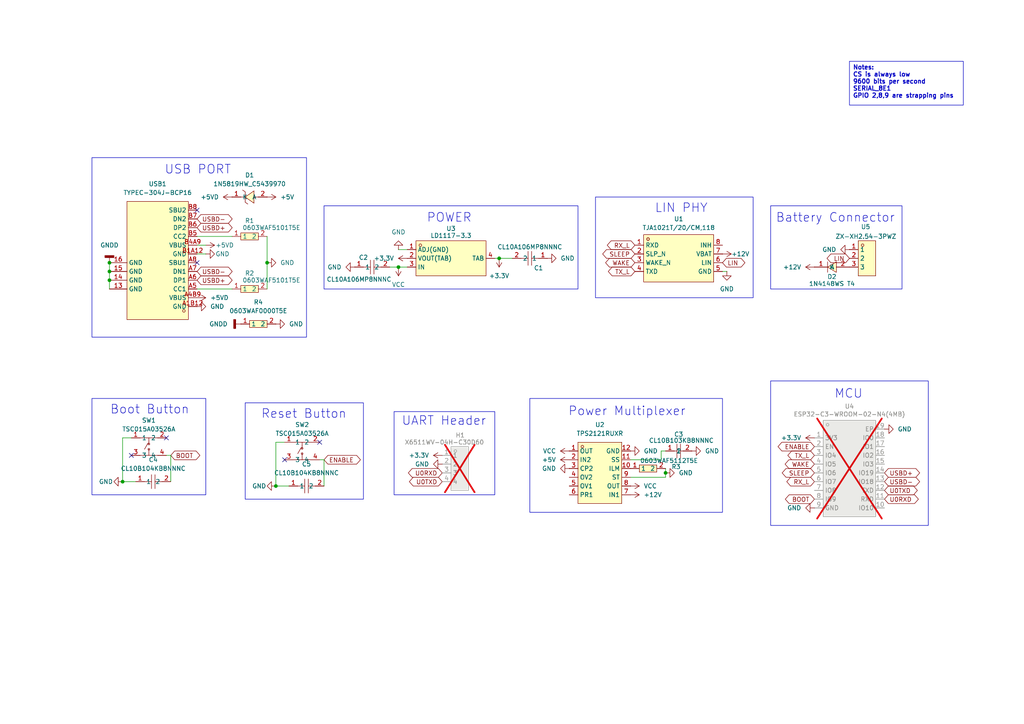
<source format=kicad_sch>
(kicad_sch (version 20231120) (generator "eeschema") (generator_version "8.0")
  (paper "A4")
  (lib_symbols
    (symbol "easyeda2kicad:0603WAF0000T5E"
      (property "Reference" "R" (at 0 5.08 0))
      (property "Value" "0603WAF0000T5E" (at 0 -5.08 0))
      (symbol "0603WAF0000T5E_0_1"
        (rectangle (start -2.54 1.02) (end 2.54 -1.02) (fill (type background)))
        (pin input line (at -5.08 0 0) (length 2.54) (name "1") (number "1"))
        (pin input line (at 5.08 0 180) (length 2.54) (name "2") (number "2"))
      )
    )
    (symbol "easyeda2kicad:0603WAF5101T5E"
      (property "Reference" "R" (at 0 5.08 0))
      (property "Value" "0603WAF5101T5E" (at 0 -5.08 0))
      (symbol "0603WAF5101T5E_0_1"
        (rectangle (start -2.54 1.02) (end 2.54 -1.02) (fill (type background)))
        (pin input line (at -5.08 0 0) (length 2.54) (name "1") (number "1"))
        (pin input line (at 5.08 0 180) (length 2.54) (name "2") (number "2"))
      )
    )
    (symbol "easyeda2kicad:0603WAF5112T5E"
      (property "Reference" "R" (at 0 5.08 0))
      (property "Value" "0603WAF5112T5E" (at 0 -5.08 0))
      (symbol "0603WAF5112T5E_0_1"
        (rectangle (start -2.54 1.02) (end 2.54 -1.02) (fill (type background)))
        (pin input line (at -5.08 0 0) (length 2.54) (name "1") (number "1"))
        (pin input line (at 5.08 0 180) (length 2.54) (name "2") (number "2"))
      )
    )
    (symbol "easyeda2kicad:1N4148WST4"
      (property "Reference" "D" (at 0 5.08 0))
      (property "Value" "1N4148WS T4" (at 0 -5.08 0))
      (symbol "1N4148WST4_0_1"
        (polyline (pts (xy -1.27 -1.52) (xy -1.27 1.52)))
        (polyline (pts (xy 1.27 1.52) (xy -1.27 0) (xy 1.27 -1.52) (xy 1.27 1.52)) (fill (type background)))
        (pin unspecified line (at -5.08 0 0) (length 3.81) (name "K") (number "1"))
        (pin unspecified line (at 5.08 0 180) (length 3.81) (name "A") (number "2"))
      )
    )
    (symbol "easyeda2kicad:1N5819HW_C5439970"
      (property "Reference" "D" (at 0 5.08 0))
      (property "Value" "1N5819HW_C5439970" (at 0 -5.08 0))
      (symbol "1N5819HW_C5439970_0_1"
        (polyline (pts (xy -1.27 0) (xy -2.54 0)))
        (polyline (pts (xy 2.54 0) (xy 1.27 0)))
        (polyline (pts (xy -2.03 2.03) (xy -1.27 1.52) (xy -1.27 -1.52) (xy -0.51 -2.03)))
        (polyline (pts (xy 1.27 1.78) (xy -1.27 0) (xy 1.27 -1.78) (xy 1.27 1.78)) (fill (type background)))
        (pin unspecified line (at -5.08 0 0) (length 2.54) (name "K") (number "1"))
        (pin unspecified line (at 5.08 0 180) (length 2.54) (name "A") (number "2"))
      )
    )
    (symbol "easyeda2kicad:CL10A106MP8NNNC"
      (property "Reference" "C" (at 0 5.08 0))
      (property "Value" "CL10A106MP8NNNC" (at 0 -5.08 0))
      (symbol "CL10A106MP8NNNC_0_1"
        (polyline (pts (xy -0.51 -2.03) (xy -0.51 2.03)))
        (polyline (pts (xy -0.51 0) (xy -2.54 0)))
        (polyline (pts (xy 0.51 2.03) (xy 0.51 -2.03)))
        (polyline (pts (xy 2.54 0) (xy 0.51 0)))
        (pin unspecified line (at -5.08 0 0) (length 2.54) (name "1") (number "1"))
        (pin unspecified line (at 5.08 0 180) (length 2.54) (name "2") (number "2"))
      )
    )
    (symbol "easyeda2kicad:CL10B103KB8NNNC"
      (property "Reference" "C" (at 0 5.08 0))
      (property "Value" "CL10B103KB8NNNC" (at 0 -5.08 0))
      (symbol "CL10B103KB8NNNC_0_1"
        (polyline (pts (xy -1.27 0) (xy -0.51 0)))
        (polyline (pts (xy -0.51 2.03) (xy -0.51 -2.03)))
        (polyline (pts (xy 0.51 0) (xy 1.27 0)))
        (polyline (pts (xy 0.51 2.03) (xy 0.51 -2.03)))
        (pin input line (at -3.81 0 0) (length 2.54) (name "1") (number "1"))
        (pin input line (at 3.81 0 180) (length 2.54) (name "2") (number "2"))
      )
    )
    (symbol "easyeda2kicad:CL10B104KB8NNNC"
      (property "Reference" "C" (at 0 5.08 0))
      (property "Value" "CL10B104KB8NNNC" (at 0 -5.08 0))
      (symbol "CL10B104KB8NNNC_0_1"
        (polyline (pts (xy -0.51 -2.03) (xy -0.51 2.03)))
        (polyline (pts (xy -0.51 0) (xy -2.54 0)))
        (polyline (pts (xy 0.51 2.03) (xy 0.51 -2.03)))
        (polyline (pts (xy 2.54 0) (xy 0.51 0)))
        (pin unspecified line (at -5.08 0 0) (length 2.54) (name "1") (number "1"))
        (pin unspecified line (at 5.08 0 180) (length 2.54) (name "2") (number "2"))
      )
    )
    (symbol "easyeda2kicad:ESP32-C3-WROOM-02-N4(4MB)"
      (property "Reference" "U" (at 0 16.51 0))
      (property "Value" "ESP32-C3-WROOM-02-N4(4MB)" (at 0 -16.51 0))
      (symbol "ESP32-C3-WROOM-02-N4(4MB)_0_1"
        (rectangle (start -7.62 13.97) (end 7.62 -13.97) (fill (type background)))
        (circle (center -6.35 12.7) (radius 0.38))
        (pin unspecified line (at -10.16 8.89 0) (length 2.54) (name "3V3") (number "1"))
        (pin unspecified line (at 10.16 -11.43 180) (length 2.54) (name "IO10") (number "10"))
        (pin unspecified line (at 10.16 -8.89 180) (length 2.54) (name "RXD") (number "11"))
        (pin unspecified line (at 10.16 -6.35 180) (length 2.54) (name "TXD") (number "12"))
        (pin unspecified line (at 10.16 -3.81 180) (length 2.54) (name "IO18") (number "13"))
        (pin unspecified line (at 10.16 -1.27 180) (length 2.54) (name "IO19") (number "14"))
        (pin unspecified line (at 10.16 1.27 180) (length 2.54) (name "IO3") (number "15"))
        (pin unspecified line (at 10.16 3.81 180) (length 2.54) (name "IO2") (number "16"))
        (pin unspecified line (at 10.16 6.35 180) (length 2.54) (name "IO1") (number "17"))
        (pin unspecified line (at 10.16 8.89 180) (length 2.54) (name "IO0") (number "18"))
        (pin unspecified line (at 10.16 11.43 180) (length 2.54) (name "EP") (number "19"))
        (pin unspecified line (at -10.16 6.35 0) (length 2.54) (name "EN") (number "2"))
        (pin unspecified line (at -10.16 3.81 0) (length 2.54) (name "IO4") (number "3"))
        (pin unspecified line (at -10.16 1.27 0) (length 2.54) (name "IO5") (number "4"))
        (pin unspecified line (at -10.16 -1.27 0) (length 2.54) (name "IO6") (number "5"))
        (pin unspecified line (at -10.16 -3.81 0) (length 2.54) (name "IO7") (number "6"))
        (pin unspecified line (at -10.16 -6.35 0) (length 2.54) (name "IO8") (number "7"))
        (pin unspecified line (at -10.16 -8.89 0) (length 2.54) (name "IO9") (number "8"))
        (pin unspecified line (at -10.16 -11.43 0) (length 2.54) (name "GND") (number "9"))
      )
    )
    (symbol "easyeda2kicad:LD1117-3.3"
      (property "Reference" "U" (at 0 7.62 0))
      (property "Value" "LD1117-3.3" (at 0 -7.62 0))
      (symbol "LD1117-3.3_0_1"
        (rectangle (start -10.16 5.08) (end 10.16 -5.08) (fill (type background)))
        (circle (center -8.89 3.81) (radius 0.38))
        (pin unspecified line (at -12.7 2.54 0) (length 2.54) (name "ADJ(GND)") (number "1"))
        (pin unspecified line (at -12.7 0 0) (length 2.54) (name "VOUT(TAB)") (number "2"))
        (pin unspecified line (at -12.7 -2.54 0) (length 2.54) (name "IN") (number "3"))
        (pin unspecified line (at 12.7 0 180) (length 2.54) (name "TAB") (number "4"))
      )
    )
    (symbol "easyeda2kicad:TJA1021T_20_CM,118"
      (property "Reference" "U" (at 0 8.89 0))
      (property "Value" "TJA1021T/20/CM,118" (at 0 -8.89 0))
      (symbol "TJA1021T_20_CM,118_0_1"
        (rectangle (start -10.16 6.86) (end 10.16 -6.86) (fill (type background)))
        (circle (center -8.89 5.59) (radius 0.38))
        (circle (center -8.89 5.59) (radius 0.38))
        (pin unspecified line (at -12.7 3.81 0) (length 2.54) (name "RXD") (number "1"))
        (pin unspecified line (at -12.7 1.27 0) (length 2.54) (name "SLP_N") (number "2"))
        (pin unspecified line (at -12.7 -1.27 0) (length 2.54) (name "WAKE_N") (number "3"))
        (pin unspecified line (at -12.7 -3.81 0) (length 2.54) (name "TXD") (number "4"))
        (pin unspecified line (at 12.7 -3.81 180) (length 2.54) (name "GND") (number "5"))
        (pin unspecified line (at 12.7 -1.27 180) (length 2.54) (name "LIN") (number "6"))
        (pin unspecified line (at 12.7 1.27 180) (length 2.54) (name "VBAT") (number "7"))
        (pin unspecified line (at 12.7 3.81 180) (length 2.54) (name "INH") (number "8"))
      )
    )
    (symbol "easyeda2kicad:TPS2121RUXR"
      (property "Reference" "U" (at 0 11.43 0))
      (property "Value" "TPS2121RUXR" (at 0 -11.43 0))
      (symbol "TPS2121RUXR_0_1"
        (rectangle (start -6.35 8.89) (end 6.35 -8.89) (fill (type background)))
        (circle (center -5.08 7.62) (radius 0.38))
        (pin unspecified line (at -8.89 6.35 0) (length 2.54) (name "OUT") (number "1"))
        (pin unspecified line (at 8.89 1.27 180) (length 2.54) (name "ILM") (number "10"))
        (pin unspecified line (at 8.89 3.81 180) (length 2.54) (name "SS") (number "11"))
        (pin unspecified line (at 8.89 6.35 180) (length 2.54) (name "GND") (number "12"))
        (pin unspecified line (at -8.89 3.81 0) (length 2.54) (name "IN2") (number "2"))
        (pin unspecified line (at -8.89 1.27 0) (length 2.54) (name "CP2") (number "3"))
        (pin unspecified line (at -8.89 -1.27 0) (length 2.54) (name "OV2") (number "4"))
        (pin unspecified line (at -8.89 -3.81 0) (length 2.54) (name "OV1") (number "5"))
        (pin unspecified line (at -8.89 -6.35 0) (length 2.54) (name "PR1") (number "6"))
        (pin unspecified line (at 8.89 -6.35 180) (length 2.54) (name "IN1") (number "7"))
        (pin unspecified line (at 8.89 -3.81 180) (length 2.54) (name "OUT") (number "8"))
        (pin unspecified line (at 8.89 -1.27 180) (length 2.54) (name "ST") (number "9"))
      )
    )
    (symbol "easyeda2kicad:TSC015A03526A"
      (property "Reference" "SW" (at 0 7.62 0))
      (property "Value" "TSC015A03526A" (at 0 -7.62 0))
      (symbol "TSC015A03526A_0_1"
        (circle (center 0 -0.76) (radius 0.25))
        (polyline (pts (xy -2.54 -2.54) (xy 2.54 -2.54)))
        (polyline (pts (xy -2.54 2.54) (xy 2.54 2.54)))
        (polyline (pts (xy -1.27 -0.76) (xy -0.25 1.02)))
        (polyline (pts (xy 0 -2.54) (xy 0 -0.76)))
        (polyline (pts (xy 0 1.52) (xy 0 0.76)))
        (polyline (pts (xy 0 2.54) (xy 0 1.52)))
        (circle (center 0 0.76) (radius 0.25))
        (pin unspecified line (at -5.08 2.54 0) (length 2.54) (name "1") (number "1"))
        (pin unspecified line (at 5.08 2.54 180) (length 2.54) (name "2") (number "2"))
        (pin unspecified line (at -5.08 -2.54 0) (length 2.54) (name "3") (number "3"))
        (pin unspecified line (at 5.08 -2.54 180) (length 2.54) (name "4") (number "4"))
      )
    )
    (symbol "easyeda2kicad:TYPEC-304J-BCP16"
      (property "Reference" "USB" (at 0 17.78 0))
      (property "Value" "TYPEC-304J-BCP16" (at 0 -20.32 0))
      (symbol "TYPEC-304J-BCP16_0_1"
        (rectangle (start -10.16 16.51) (end 7.62 -17.78) (fill (type background)))
        (circle (center -8.89 13.97) (radius 0.38))
        (pin unspecified line (at 12.7 7.62 180) (length 5.08) (name "GND") (number "13"))
        (pin unspecified line (at 12.7 5.08 180) (length 5.08) (name "GND") (number "14"))
        (pin unspecified line (at 12.7 2.54 180) (length 5.08) (name "GND") (number "15"))
        (pin unspecified line (at 12.7 0 180) (length 5.08) (name "GND") (number "16"))
        (pin unspecified line (at -12.7 12.7 0) (length 2.54) (name "GND") (number "A1B12"))
        (pin unspecified line (at -12.7 10.16 0) (length 2.54) (name "VBUS") (number "A4B9"))
        (pin unspecified line (at -12.7 7.62 0) (length 2.54) (name "CC1") (number "A5"))
        (pin unspecified line (at -12.7 5.08 0) (length 2.54) (name "DP1") (number "A6"))
        (pin unspecified line (at -12.7 2.54 0) (length 2.54) (name "DN1") (number "A7"))
        (pin unspecified line (at -12.7 0 0) (length 2.54) (name "SBU1") (number "A8"))
        (pin unspecified line (at -12.7 -2.54 0) (length 2.54) (name "GND") (number "B1A12"))
        (pin unspecified line (at -12.7 -5.08 0) (length 2.54) (name "VBUS") (number "B4A9"))
        (pin unspecified line (at -12.7 -7.62 0) (length 2.54) (name "CC2") (number "B5"))
        (pin unspecified line (at -12.7 -10.16 0) (length 2.54) (name "DP2") (number "B6"))
        (pin unspecified line (at -12.7 -12.7 0) (length 2.54) (name "DN2") (number "B7"))
        (pin unspecified line (at -12.7 -15.24 0) (length 2.54) (name "SBU2") (number "B8"))
      )
    )
    (symbol "easyeda2kicad:X6511WV-04H-C30D60"
      (property "Reference" "H" (at 0 8.89 0))
      (property "Value" "X6511WV-04H-C30D60" (at 0 -8.89 0))
      (symbol "X6511WV-04H-C30D60_0_1"
        (rectangle (start -2.54 6.35) (end 2.54 -6.35) (fill (type background)))
        (circle (center -1.27 5.08) (radius 0.38))
        (pin unspecified line (at -5.08 3.81 0) (length 2.54) (name "1") (number "1"))
        (pin unspecified line (at -5.08 1.27 0) (length 2.54) (name "2") (number "2"))
        (pin unspecified line (at -5.08 -1.27 0) (length 2.54) (name "3") (number "3"))
        (pin unspecified line (at -5.08 -3.81 0) (length 2.54) (name "4") (number "4"))
      )
    )
    (symbol "easyeda2kicad:ZX-XH2.54-3PWZ"
      (property "Reference" "U" (at 0 7.62 0))
      (property "Value" "ZX-XH2.54-3PWZ" (at 0 -7.62 0))
      (symbol "ZX-XH2.54-3PWZ_0_1"
        (rectangle (start -2.54 5.08) (end 2.54 -5.08) (fill (type background)))
        (circle (center -1.27 3.81) (radius 0.38))
        (pin unspecified line (at -5.08 2.54 0) (length 2.54) (name "1") (number "1"))
        (pin unspecified line (at -5.08 0 0) (length 2.54) (name "2") (number "2"))
        (pin unspecified line (at -5.08 -2.54 0) (length 2.54) (name "3") (number "3"))
      )
    )
    (symbol "power:+12V" (power) (pin_numbers hide) (pin_names (offset 0) hide)
      (property "Value" "+12V" (at 0 3.556 0))
      (symbol "+12V_0_1"
        (polyline (pts (xy -0.762 1.27) (xy 0 2.54)))
        (polyline (pts (xy 0 0) (xy 0 2.54)))
        (polyline (pts (xy 0 2.54) (xy 0.762 1.27)))
      )
      (symbol "+12V_1_1"
        (pin power_in line (at 0 0 90) (length 0) (name "~") (number "1"))
      )
    )
    (symbol "power:+3.3V" (power) (pin_numbers hide) (pin_names (offset 0) hide)
      (property "Value" "+3.3V" (at 0 3.556 0))
      (symbol "+3.3V_0_1"
        (polyline (pts (xy -0.762 1.27) (xy 0 2.54)))
        (polyline (pts (xy 0 0) (xy 0 2.54)))
        (polyline (pts (xy 0 2.54) (xy 0.762 1.27)))
      )
      (symbol "+3.3V_1_1"
        (pin power_in line (at 0 0 90) (length 0) (name "~") (number "1"))
      )
    )
    (symbol "power:+5V" (power) (pin_numbers hide) (pin_names (offset 0) hide)
      (property "Value" "+5V" (at 0 3.556 0))
      (symbol "+5V_0_1"
        (polyline (pts (xy -0.762 1.27) (xy 0 2.54)))
        (polyline (pts (xy 0 0) (xy 0 2.54)))
        (polyline (pts (xy 0 2.54) (xy 0.762 1.27)))
      )
      (symbol "+5V_1_1"
        (pin power_in line (at 0 0 90) (length 0) (name "~") (number "1"))
      )
    )
    (symbol "power:+5VD" (power) (pin_numbers hide) (pin_names (offset 0) hide)
      (property "Value" "+5VD" (at 0 3.556 0))
      (symbol "+5VD_0_1"
        (polyline (pts (xy -0.762 1.27) (xy 0 2.54)))
        (polyline (pts (xy 0 0) (xy 0 2.54)))
        (polyline (pts (xy 0 2.54) (xy 0.762 1.27)))
      )
      (symbol "+5VD_1_1"
        (pin power_in line (at 0 0 90) (length 0) (name "~") (number "1"))
      )
    )
    (symbol "power:GND" (power) (pin_numbers hide) (pin_names (offset 0) hide)
      (property "Value" "GND" (at 0 -3.81 0))
      (symbol "GND_0_1"
        (polyline (pts (xy 0 0) (xy 0 -1.27) (xy 1.27 -1.27) (xy 0 -2.54) (xy -1.27 -1.27) (xy 0 -1.27)))
      )
      (symbol "GND_1_1"
        (pin power_in line (at 0 0 270) (length 0) (name "~") (number "1"))
      )
    )
    (symbol "power:GNDD" (power) (pin_numbers hide) (pin_names (offset 0) hide)
      (property "Value" "GNDD" (at 0 -3.175 0))
      (symbol "GNDD_0_1"
        (rectangle (start -1.27 -1.524) (end 1.27 -2.032) (stroke (width 0.254)) (fill (type outline)))
        (polyline (pts (xy 0 0) (xy 0 -1.524)))
      )
      (symbol "GNDD_1_1"
        (pin power_in line (at 0 0 270) (length 0) (name "~") (number "1"))
      )
    )
    (symbol "power:VCC" (power) (pin_numbers hide) (pin_names (offset 0) hide)
      (property "Value" "VCC" (at 0 3.556 0))
      (symbol "VCC_0_1"
        (polyline (pts (xy -0.762 1.27) (xy 0 2.54)))
        (polyline (pts (xy 0 0) (xy 0 2.54)))
        (polyline (pts (xy 0 2.54) (xy 0.762 1.27)))
      )
      (symbol "VCC_1_1"
        (pin power_in line (at 0 0 90) (length 0) (name "~") (number "1"))
      )
    )
  )
  (junction (at 31.75 76.2))
  (junction (at 115.57 77.47))
  (junction (at 77.47 76.2))
  (junction (at 144.78 74.93))
  (junction (at 193.04 137.16))
  (junction (at 80.01 140.97))
  (junction (at 35.56 139.7))
  (junction (at 31.75 78.74))
  (junction (at 31.75 81.28))
  (no_connect (at 57.15 76.2))
  (no_connect (at 48.26 127))
  (no_connect (at 82.55 133.35))
  (no_connect (at 92.71 128.27))
  (no_connect (at 57.15 60.96))
  (no_connect (at 38.1 132.08))
  (wire (pts (xy 193.04 135.89) (xy 193.04 137.16)))
  (wire (pts (xy 49.53 132.08) (xy 49.53 139.7)))
  (wire (pts (xy 31.75 78.74) (xy 31.75 81.28)))
  (wire (pts (xy 193.04 138.43) (xy 182.88 138.43)))
  (wire (pts (xy 80.01 140.97) (xy 83.82 140.97)))
  (wire (pts (xy 115.57 77.47) (xy 118.11 77.47)))
  (wire (pts (xy 59.69 71.12) (xy 57.15 71.12)))
  (wire (pts (xy 80.01 128.27) (xy 80.01 140.97)))
  (wire (pts (xy 144.78 74.93) (xy 143.51 74.93)))
  (wire (pts (xy 49.53 132.08) (xy 48.26 132.08)))
  (wire (pts (xy 82.55 128.27) (xy 80.01 128.27)))
  (wire (pts (xy 57.15 83.82) (xy 67.31 83.82)))
  (wire (pts (xy 191.77 130.81) (xy 191.77 133.35)))
  (wire (pts (xy 93.98 133.35) (xy 93.98 140.97)))
  (wire (pts (xy 113.03 77.47) (xy 115.57 77.47)))
  (wire (pts (xy 148.59 74.93) (xy 144.78 74.93)))
  (wire (pts (xy 193.04 137.16) (xy 193.04 138.43)))
  (wire (pts (xy 31.75 81.28) (xy 31.75 83.82)))
  (wire (pts (xy 35.56 127) (xy 35.56 139.7)))
  (wire (pts (xy 57.15 68.58) (xy 67.31 68.58)))
  (wire (pts (xy 93.98 133.35) (xy 92.71 133.35)))
  (wire (pts (xy 210.82 78.74) (xy 209.55 78.74)))
  (wire (pts (xy 31.75 76.2) (xy 31.75 78.74)))
  (wire (pts (xy 77.47 68.58) (xy 77.47 76.2)))
  (wire (pts (xy 191.77 130.81) (xy 193.04 130.81)))
  (wire (pts (xy 115.57 72.39) (xy 118.11 72.39)))
  (wire (pts (xy 59.69 73.66) (xy 57.15 73.66)))
  (wire (pts (xy 77.47 76.2) (xy 77.47 83.82)))
  (wire (pts (xy 35.56 139.7) (xy 39.37 139.7)))
  (wire (pts (xy 38.1 127) (xy 35.56 127)))
  (wire (pts (xy 191.77 133.35) (xy 182.88 133.35)))
  (rectangle (start 93.98 59.69) (end 167.64 83.82))
  (rectangle (start 26.67 45.72) (end 88.9 97.79))
  (rectangle (start 153.67 115.57) (end 209.55 148.59))
  (rectangle (start 71.12 116.84) (end 105.41 144.78))
  (rectangle (start 172.72 57.15) (end 218.44 86.36))
  (rectangle (start 223.52 110.49) (end 269.24 152.4))
  (rectangle (start 26.67 115.57) (end 59.69 143.51))
  (rectangle (start 114.3 119.38) (end 143.51 143.51))
  (rectangle (start 223.52 59.69) (end 261.62 83.82))
  (text_box "Notes:\nCS is always low\n9600 bits per second\nSERIAL_8E1\nGPIO 2,8,9 are strapping pins" (at 246.38 17.78 0) (size 33.02 12.7) (effects (font (size 1.27 1.27) (thickness 0.254) (bold yes)) (justify left top)))
  (text "Power Multiplexer" (at 181.864 119.38 0) (effects (font (size 2.54 2.54))))
  (text "Battery Connector" (at 242.316 63.246 0) (effects (font (size 2.54 2.54))))
  (text "Reset Button" (at 88.138 120.142 0) (effects (font (size 2.54 2.54))))
  (text "Boot Button" (at 43.434 118.872 0) (effects (font (size 2.54 2.54))))
  (text "LIN PHY\n" (at 197.612 60.452 0) (effects (font (size 2.54 2.54))))
  (text "USB PORT\n" (at 57.404 49.276 0) (effects (font (size 2.54 2.54))))
  (text "POWER" (at 130.302 63.246 0) (effects (font (size 2.54 2.54))))
  (text "MCU" (at 246.126 114.3 0) (effects (font (size 2.54 2.54))))
  (text "UART Header" (at 128.778 122.174 0) (effects (font (size 2.54 2.54))))
  (global_label "SLEEP" (shape bidirectional) (at 236.22 137.16 180) (property "Intersheetrefs" "${INTERSHEET_REFS}" (effects (hide yes))))
  (global_label "ENABLE" (shape bidirectional) (at 93.98 133.35 0) (property "Intersheetrefs" "${INTERSHEET_REFS}" (effects (hide yes))))
  (global_label "ENABLE" (shape bidirectional) (at 236.22 129.54 180) (property "Intersheetrefs" "${INTERSHEET_REFS}" (effects (hide yes))))
  (global_label "USBD+" (shape bidirectional) (at 57.15 66.04 0) (property "Intersheetrefs" "${INTERSHEET_REFS}" (effects (hide yes))))
  (global_label "SLEEP" (shape bidirectional) (at 184.15 73.66 180) (property "Intersheetrefs" "${INTERSHEET_REFS}" (effects (hide yes))))
  (global_label "LIN" (shape bidirectional) (at 246.38 74.93 180) (property "Intersheetrefs" "${INTERSHEET_REFS}" (effects (hide yes))))
  (global_label "U0TXD" (shape bidirectional) (at 256.54 142.24 0) (property "Intersheetrefs" "${INTERSHEET_REFS}" (effects (hide yes))))
  (global_label "RX_L" (shape bidirectional) (at 184.15 71.12 180) (property "Intersheetrefs" "${INTERSHEET_REFS}" (effects (hide yes))))
  (global_label "BOOT" (shape bidirectional) (at 430.53 256.54 180) (property "Intersheetrefs" "${INTERSHEET_REFS}" (effects (hide yes))))
  (global_label "U0TXD" (shape bidirectional) (at 128.27 139.7 180) (property "Intersheetrefs" "${INTERSHEET_REFS}" (effects (hide yes))))
  (global_label "TX_L" (shape bidirectional) (at 236.22 132.08 180) (property "Intersheetrefs" "${INTERSHEET_REFS}" (effects (hide yes))))
  (global_label "TX_L" (shape bidirectional) (at 184.15 78.74 180) (property "Intersheetrefs" "${INTERSHEET_REFS}" (effects (hide yes))))
  (global_label "USBD-" (shape bidirectional) (at 57.15 63.5 0) (property "Intersheetrefs" "${INTERSHEET_REFS}" (effects (hide yes))))
  (global_label "USBD+" (shape bidirectional) (at 57.15 81.28 0) (property "Intersheetrefs" "${INTERSHEET_REFS}" (effects (hide yes))))
  (global_label "RX_L" (shape bidirectional) (at 236.22 139.7 180) (property "Intersheetrefs" "${INTERSHEET_REFS}" (effects (hide yes))))
  (global_label "U0RXD" (shape bidirectional) (at 128.27 137.16 180) (property "Intersheetrefs" "${INTERSHEET_REFS}" (effects (hide yes))))
  (global_label "LIN" (shape bidirectional) (at 209.55 76.2 0) (property "Intersheetrefs" "${INTERSHEET_REFS}" (effects (hide yes))))
  (global_label "U0RXD" (shape bidirectional) (at 256.54 144.78 0) (property "Intersheetrefs" "${INTERSHEET_REFS}" (effects (hide yes))))
  (global_label "BOOT" (shape bidirectional) (at 236.22 144.78 180) (property "Intersheetrefs" "${INTERSHEET_REFS}" (effects (hide yes))))
  (global_label "BOOT" (shape bidirectional) (at 49.53 132.08 0) (property "Intersheetrefs" "${INTERSHEET_REFS}" (effects (hide yes))))
  (global_label "WAKE" (shape bidirectional) (at 236.22 134.62 180) (property "Intersheetrefs" "${INTERSHEET_REFS}" (effects (hide yes))))
  (global_label "WAKE" (shape bidirectional) (at 184.15 76.2 180) (property "Intersheetrefs" "${INTERSHEET_REFS}" (effects (hide yes))))
  (global_label "USBD+" (shape bidirectional) (at 256.54 137.16 0) (property "Intersheetrefs" "${INTERSHEET_REFS}" (effects (hide yes))))
  (global_label "USBD-" (shape bidirectional) (at 57.15 78.74 0) (property "Intersheetrefs" "${INTERSHEET_REFS}" (effects (hide yes))))
  (global_label "USBD-" (shape bidirectional) (at 256.54 139.7 0) (property "Intersheetrefs" "${INTERSHEET_REFS}" (effects (hide yes))))
  (symbol (lib_id "power:GND") (at 35.56 139.7 270) (unit 1)
    (property "Reference" "#PWR031" (effects (hide yes)))
    (property "Value" "GND" (at 32.766 139.7 90) (effects (justify right)))
    (property "Description" "Power symbol creates a global label with name \"GND\" , ground" (effects (hide yes)))
  )
  (symbol (lib_id "easyeda2kicad:TPS2121RUXR") (at 173.99 137.16 0) (unit 1)
    (property "Reference" "U2" (at 173.99 123.19 0))
    (property "Value" "TPS2121RUXR" (at 173.99 125.73 0))
    (property "Footprint" "easyeda2kicad:VQFN-HR-12_L2.5-W2.0-P0.50-BL" (effects (hide yes)))
    (property "Datasheet" "https://lcsc.com/product-detail/New-Arrivals_Texas-Instruments-Texas-Instruments-TPS2121RUXR_C485916.html" (effects (hide yes)))
    (property "LCSC Part" "C485916" (effects (hide yes)))
  )
  (symbol (lib_id "power:GND") (at 102.87 77.47 270) (unit 1)
    (property "Reference" "#PWR015" (effects (hide yes)))
    (property "Value" "GND" (at 99.06 77.4699 90) (effects (justify right)))
    (property "Description" "Power symbol creates a global label with name \"GND\" , ground" (effects (hide yes)))
  )
  (symbol (lib_id "easyeda2kicad:1N4148WST4") (at 241.3 77.47 0) (unit 1)
    (property "Reference" "D2" (at 241.3 80.264 0))
    (property "Value" "1N4148WS T4" (at 241.3 82.296 0))
    (property "Footprint" "easyeda2kicad:SOD-323_L1.8-W1.3-LS2.5-RD" (effects (hide yes)))
    (property "Datasheet" "https://lcsc.com/product-detail/Switching-Diode_1N4148WS-T4_C2128.html" (effects (hide yes)))
    (property "LCSC Part" "C2128" (effects (hide yes)))
  )
  (symbol (lib_id "power:GND") (at 128.27 134.62 270) (unit 1)
    (property "Reference" "#PWR034" (effects (hide yes)))
    (property "Value" "GND" (at 124.46 134.6199 90) (effects (justify right)))
    (property "Description" "Power symbol creates a global label with name \"GND\" , ground" (effects (hide yes)))
  )
  (symbol (lib_id "easyeda2kicad:0603WAF5101T5E") (at 72.39 68.58 0) (unit 1)
    (property "Reference" "R1" (at 72.39 64.008 0))
    (property "Value" "0603WAF5101T5E" (at 78.74 66.04 0))
    (property "Footprint" "easyeda2kicad:R0603" (effects (hide yes)))
    (property "Datasheet" "https://lcsc.com/product-detail/Chip-Resistor-Surface-Mount-UniOhm_5-1KR-5101-1_C23186.html" (effects (hide yes)))
    (property "LCSC Part" "C23186" (effects (hide yes)))
  )
  (symbol (lib_id "power:GND") (at 200.66 130.81 90) (unit 1)
    (property "Reference" "#PWR028" (effects (hide yes)))
    (property "Value" "GND" (at 204.47 130.8099 90) (effects (justify right)))
    (property "Description" "Power symbol creates a global label with name \"GND\" , ground" (effects (hide yes)))
  )
  (symbol (lib_id "power:+3.3V") (at 236.22 127 90) (unit 1)
    (property "Reference" "#PWR035" (effects (hide yes)))
    (property "Value" "+3.3V" (at 232.41 126.9999 90) (effects (justify left)))
    (property "Description" "Power symbol creates a global label with name \"+3.3V\"" (effects (hide yes)))
  )
  (symbol (lib_id "easyeda2kicad:CL10B104KB8NNNC") (at 88.9 140.97 0) (unit 1)
    (property "Reference" "C5" (at 88.9 134.62 0))
    (property "Value" "CL10B104KB8NNNC" (at 88.9 137.16 0))
    (property "Footprint" "easyeda2kicad:C0603" (effects (hide yes)))
    (property "Datasheet" "https://lcsc.com/product-detail/Multilayer-Ceramic-Capacitors-MLCC-SMD-SMT_SAMSUNG_CL10B104KB8NNNC_100nF-104-10-50V_C1591.html" (effects (hide yes)))
    (property "LCSC Part" "C1591" (effects (hide yes)))
  )
  (symbol (lib_id "power:+5V") (at 165.1 133.35 90) (unit 1)
    (property "Reference" "#PWR024" (effects (hide yes)))
    (property "Value" "+5V" (at 161.29 133.3499 90) (effects (justify left)))
    (property "Description" "Power symbol creates a global label with name \"+5V\"" (effects (hide yes)))
  )
  (symbol (lib_id "power:GND") (at 193.04 137.16 90) (unit 1)
    (property "Reference" "#PWR021" (effects (hide yes)))
    (property "Value" "GND" (at 196.85 137.1599 90) (effects (justify right)))
    (property "Description" "Power symbol creates a global label with name \"GND\" , ground" (effects (hide yes)))
  )
  (symbol (lib_id "easyeda2kicad:0603WAF5112T5E") (at 187.96 135.89 0) (unit 1)
    (property "Reference" "R3" (at 196.088 135.382 0))
    (property "Value" "0603WAF5112T5E" (at 194.056 133.604 0))
    (property "Footprint" "easyeda2kicad:R0603" (effects (hide yes)))
    (property "Datasheet" "https://lcsc.com/product-detail/Chip-Resistor-Surface-Mount-UniOhm_51-1KR-5112-1_C23072.html" (effects (hide yes)))
    (property "LCSC Part" "C23072" (effects (hide yes)))
  )
  (symbol (lib_id "power:GND") (at 256.54 124.46 90) (unit 1)
    (property "Reference" "#PWR03" (effects (hide yes)))
    (property "Value" "GND" (at 260.35 124.4599 90) (effects (justify right)))
    (property "Description" "Power symbol creates a global label with name \"GND\" , ground" (effects (hide yes)))
  )
  (symbol (lib_id "easyeda2kicad:CL10A106MP8NNNC") (at 107.95 77.47 0) (unit 1)
    (property "Reference" "C2" (at 105.41 74.676 0))
    (property "Value" "CL10A106MP8NNNC" (at 104.14 81.026 0))
    (property "Footprint" "easyeda2kicad:C0603" (effects (hide yes)))
    (property "Datasheet" "https://lcsc.com/product-detail/Multilayer-Ceramic-Capacitors-MLCC-SMD-SMT_SAMSUNG_CL10A106MP8NNN_10uF-106-20-10V_C85713.html" (effects (hide yes)))
    (property "LCSC Part" "C85713" (effects (hide yes)))
  )
  (symbol (lib_id "power:GNDD") (at 31.75 76.2 180) (unit 1)
    (property "Reference" "#PWR05" (effects (hide yes)))
    (property "Value" "GNDD" (at 31.75 71.12 0))
    (property "Description" "Power symbol creates a global label with name \"GNDD\" , digital ground" (effects (hide yes)))
  )
  (symbol (lib_id "power:VCC") (at 182.88 140.97 270) (unit 1)
    (property "Reference" "#PWR022" (effects (hide yes)))
    (property "Value" "VCC" (at 186.69 140.9699 90) (effects (justify left)))
    (property "Description" "Power symbol creates a global label with name \"VCC\"" (effects (hide yes)))
  )
  (symbol (lib_id "power:+3.3V") (at 144.78 74.93 180) (unit 1)
    (property "Reference" "#PWR016" (effects (hide yes)))
    (property "Value" "+3.3V" (at 144.78 80.01 0))
    (property "Description" "Power symbol creates a global label with name \"+3.3V\"" (effects (hide yes)))
  )
  (symbol (lib_id "easyeda2kicad:TSC015A03526A") (at 87.63 130.81 0) (unit 1)
    (property "Reference" "SW2" (at 87.63 123.19 0))
    (property "Value" "TSC015A03526A" (at 87.63 125.73 0))
    (property "Footprint" "easyeda2kicad:SW-SMD_4P-L4.5-W4.5-P3.00-LS6.8" (effects (hide yes)))
    (property "LCSC Part" "C2888900" (effects (hide yes)))
  )
  (symbol (lib_id "easyeda2kicad:CL10B103KB8NNNC") (at 196.85 130.81 0) (unit 1)
    (property "Reference" "C3" (at 196.85 125.984 0))
    (property "Value" "CL10B103KB8NNNC" (at 197.612 127.762 0))
    (property "Footprint" "easyeda2kicad:C0603" (effects (hide yes)))
    (property "Datasheet" "https://lcsc.com/product-detail/Multilayer-Ceramic-Capacitors-MLCC-SMD-SMT_SAMSUNG_CL10B103KB8NNNC_10nF-103-10-50V_C1589.html" (effects (hide yes)))
    (property "LCSC Part" "C1589" (effects (hide yes)))
  )
  (symbol (lib_id "power:+3.3V") (at 118.11 74.93 90) (unit 1)
    (property "Reference" "#PWR018" (effects (hide yes)))
    (property "Value" "+3.3V" (at 114.3 74.9299 90) (effects (justify left)))
    (property "Description" "Power symbol creates a global label with name \"+3.3V\"" (effects (hide yes)))
  )
  (symbol (lib_id "power:GND") (at 80.01 93.98 90) (unit 1)
    (property "Reference" "#PWR030" (effects (hide yes)))
    (property "Value" "GND" (at 83.82 93.9799 90) (effects (justify right)))
    (property "Description" "Power symbol creates a global label with name \"GND\" , ground" (effects (hide yes)))
  )
  (symbol (lib_id "power:GND") (at 158.75 74.93 90) (unit 1)
    (property "Reference" "#PWR013" (effects (hide yes)))
    (property "Value" "GND" (at 162.56 74.9301 90) (effects (justify right)))
    (property "Description" "Power symbol creates a global label with name \"GND\" , ground" (effects (hide yes)))
  )
  (symbol (lib_id "power:GNDD") (at 69.85 93.98 270) (unit 1)
    (property "Reference" "#PWR029" (effects (hide yes)))
    (property "Value" "GNDD" (at 66.04 93.9799 90) (effects (justify right)))
    (property "Description" "Power symbol creates a global label with name \"GNDD\" , digital ground" (effects (hide yes)))
  )
  (symbol (lib_id "power:GND") (at 210.82 78.74 0) (unit 1)
    (property "Reference" "#PWR01" (effects (hide yes)))
    (property "Value" "GND" (at 210.82 83.82 0))
    (property "Description" "Power symbol creates a global label with name \"GND\" , ground" (effects (hide yes)))
  )
  (symbol (lib_id "power:+5VD") (at 57.15 86.36 270) (unit 1)
    (property "Reference" "#PWR06" (effects (hide yes)))
    (property "Value" "+5VD" (at 60.96 86.3599 90) (effects (justify left)))
    (property "Description" "Power symbol creates a global label with name \"+5VD\"" (effects (hide yes)))
  )
  (symbol (lib_id "easyeda2kicad:CL10A106MP8NNNC") (at 153.67 74.93 180) (unit 1)
    (property "Reference" "C1" (at 156.21 77.724 0))
    (property "Value" "CL10A106MP8NNNC" (at 153.67 71.628 0))
    (property "Footprint" "easyeda2kicad:C0603" (effects (hide yes)))
    (property "Datasheet" "https://lcsc.com/product-detail/Multilayer-Ceramic-Capacitors-MLCC-SMD-SMT_SAMSUNG_CL10A106MP8NNN_10uF-106-20-10V_C85713.html" (effects (hide yes)))
    (property "LCSC Part" "C85713" (effects (hide yes)))
  )
  (symbol (lib_id "easyeda2kicad:TJA1021T_20_CM,118") (at 196.85 74.93 0) (unit 1)
    (property "Reference" "U1" (at 196.85 63.5 0))
    (property "Value" "TJA1021T/20/CM,118" (at 196.85 66.04 0))
    (property "Footprint" "easyeda2kicad:SOIC-8_L4.9-W3.9-P1.27-LS6.0-BL" (effects (hide yes)))
    (property "Datasheet" "https://lcsc.com/product-detail/Interface-ICs_NXP_TJA1021T-20-CM-118_TJA1021T-20-CM-118_C128810.html" (effects (hide yes)))
    (property "LCSC Part" "C128810" (effects (hide yes)))
  )
  (symbol (lib_id "easyeda2kicad:CL10B104KB8NNNC") (at 44.45 139.7 0) (unit 1)
    (property "Reference" "C4" (at 44.45 133.35 0))
    (property "Value" "CL10B104KB8NNNC" (at 44.45 135.89 0))
    (property "Footprint" "easyeda2kicad:C0603" (effects (hide yes)))
    (property "Datasheet" "https://lcsc.com/product-detail/Multilayer-Ceramic-Capacitors-MLCC-SMD-SMT_SAMSUNG_CL10B104KB8NNNC_100nF-104-10-50V_C1591.html" (effects (hide yes)))
    (property "LCSC Part" "C1591" (effects (hide yes)))
  )
  (symbol (lib_id "power:+3.3V") (at 128.27 132.08 90) (unit 1)
    (property "Reference" "#PWR033" (effects (hide yes)))
    (property "Value" "+3.3V" (at 124.46 132.0799 90) (effects (justify left)))
    (property "Description" "Power symbol creates a global label with name \"+3.3V\"" (effects (hide yes)))
  )
  (symbol (lib_id "easyeda2kicad:1N5819HW_C5439970") (at 72.39 57.15 0) (unit 1)
    (property "Reference" "D1" (at 72.39 50.8 0))
    (property "Value" "1N5819HW_C5439970" (at 72.39 53.34 0))
    (property "Footprint" "easyeda2kicad:SOD-123_L2.7-W1.6-LS3.7-RD-1" (effects (hide yes)))
    (property "LCSC Part" "C5439970" (effects (hide yes)))
  )
  (symbol (lib_id "easyeda2kicad:TSC015A03526A") (at 43.18 129.54 0) (unit 1)
    (property "Reference" "SW1" (at 43.18 121.92 0))
    (property "Value" "TSC015A03526A" (at 43.18 124.46 0))
    (property "Footprint" "easyeda2kicad:SW-SMD_4P-L4.5-W4.5-P3.00-LS6.8" (effects (hide yes)))
    (property "LCSC Part" "C2888900" (effects (hide yes)))
  )
  (symbol (lib_id "easyeda2kicad:ESP32-C3-WROOM-02-N4(4MB)") (at 246.38 135.89 0) (unit 1) (dnp yes)
    (property "Reference" "U4" (at 246.38 117.856 0))
    (property "Value" "ESP32-C3-WROOM-02-N4(4MB)" (at 246.38 120.142 0))
    (property "Footprint" "easyeda2kicad:BULETM-SMD_ESPRESSIF_ESP32-C3-WROOM-02-N4-4MB" (effects (hide yes)))
    (property "LCSC Part" "C2934560" (effects (hide yes)))
  )
  (symbol (lib_id "power:+5VD") (at 67.31 57.15 90) (unit 1)
    (property "Reference" "#PWR011" (effects (hide yes)))
    (property "Value" "+5VD" (at 63.5 57.1499 90) (effects (justify left)))
    (property "Description" "Power symbol creates a global label with name \"+5VD\"" (effects (hide yes)))
  )
  (symbol (lib_id "easyeda2kicad:LD1117-3.3") (at 130.81 74.93 0) (unit 1)
    (property "Reference" "U3" (at 130.81 66.294 0))
    (property "Value" "LD1117-3.3" (at 130.81 68.326 0))
    (property "Footprint" "easyeda2kicad:SOT-223_L6.7-W3.5-P2.30-BR" (effects (hide yes)))
    (property "Datasheet" "https://lcsc.com/product-detail/Others_Youtai-Semiconductor-Co-Ltd-LD1117-3-3_C347229.html" (effects (hide yes)))
    (property "LCSC Part" "C347229" (effects (hide yes)))
  )
  (symbol (lib_id "power:VCC") (at 115.57 77.47 180) (unit 1)
    (property "Reference" "#PWR017" (effects (hide yes)))
    (property "Value" "VCC" (at 115.57 82.55 0))
    (property "Description" "Power symbol creates a global label with name \"VCC\"" (effects (hide yes)))
  )
  (symbol (lib_id "power:+5V") (at 77.47 57.15 270) (unit 1)
    (property "Reference" "#PWR012" (effects (hide yes)))
    (property "Value" "+5V" (at 81.28 57.1499 90) (effects (justify left)))
    (property "Description" "Power symbol creates a global label with name \"+5V\"" (effects (hide yes)))
  )
  (symbol (lib_id "power:GND") (at 182.88 130.81 90) (unit 1)
    (property "Reference" "#PWR019" (effects (hide yes)))
    (property "Value" "GND" (at 186.69 130.8099 90) (effects (justify right)))
    (property "Description" "Power symbol creates a global label with name \"GND\" , ground" (effects (hide yes)))
  )
  (symbol (lib_id "power:+12V") (at 236.22 77.47 90) (unit 1)
    (property "Reference" "#PWR026" (effects (hide yes)))
    (property "Value" "+12V" (at 232.41 77.4699 90) (effects (justify left)))
    (property "Description" "Power symbol creates a global label with name \"+12V\"" (effects (hide yes)))
  )
  (symbol (lib_id "easyeda2kicad:0603WAF5101T5E") (at 72.39 83.82 0) (unit 1)
    (property "Reference" "R2" (at 72.39 79.248 0))
    (property "Value" "0603WAF5101T5E" (at 78.74 81.28 0))
    (property "Footprint" "easyeda2kicad:R0603" (effects (hide yes)))
    (property "Datasheet" "https://lcsc.com/product-detail/Chip-Resistor-Surface-Mount-UniOhm_5-1KR-5101-1_C23186.html" (effects (hide yes)))
    (property "LCSC Part" "C23186" (effects (hide yes)))
  )
  (symbol (lib_id "power:GND") (at 165.1 135.89 270) (unit 1)
    (property "Reference" "#PWR020" (effects (hide yes)))
    (property "Value" "GND" (at 161.29 135.8899 90) (effects (justify right)))
    (property "Description" "Power symbol creates a global label with name \"GND\" , ground" (effects (hide yes)))
  )
  (symbol (lib_id "easyeda2kicad:X6511WV-04H-C30D60") (at 133.35 135.89 0) (unit 1) (dnp yes)
    (property "Reference" "H1" (at 132.08 126.238 0) (effects (justify left)))
    (property "Value" "X6511WV-04H-C30D60" (at 117.348 128.27 0) (effects (justify left)))
    (property "Footprint" "easyeda2kicad:HDR-TH_4P-P2.54-V-M" (effects (hide yes)))
    (property "Datasheet" "https://lcsc.com/product-detail/Pin-Header-Female-Header_XKB-Connectivity-X6511WV-04H-C30D60_C706876.html" (effects (hide yes)))
    (property "LCSC Part" "C706876" (effects (hide yes)))
  )
  (symbol (lib_id "easyeda2kicad:ZX-XH2.54-3PWZ") (at 251.46 74.93 0) (unit 1)
    (property "Reference" "U5" (at 249.682 65.786 0) (effects (justify left)))
    (property "Value" "ZX-XH2.54-3PWZ" (at 242.316 68.58 0) (effects (justify left)))
    (property "Footprint" "easyeda2kicad:HDR-TH_3P-P2.50_ZX-XH2.54-3PWZ" (effects (hide yes)))
    (property "LCSC Part" "C7429642" (effects (hide yes)))
  )
  (symbol (lib_id "easyeda2kicad:TYPEC-304J-BCP16") (at 44.45 76.2 180) (unit 1)
    (property "Reference" "USB1" (at 45.72 53.34 0))
    (property "Value" "TYPEC-304J-BCP16" (at 45.72 55.88 0))
    (property "Footprint" "easyeda2kicad:USB-C-SMD_TYPEC-304J-BCP16" (effects (hide yes)))
    (property "LCSC Part" "C2835315" (effects (hide yes)))
  )
  (symbol (lib_id "power:GND") (at 57.15 88.9 90) (unit 1)
    (property "Reference" "#PWR010" (effects (hide yes)))
    (property "Value" "GND" (at 60.96 88.8999 90) (effects (justify right)))
    (property "Description" "Power symbol creates a global label with name \"GND\" , ground" (effects (hide yes)))
  )
  (symbol (lib_id "power:+12V") (at 209.55 73.66 270) (unit 1)
    (property "Reference" "#PWR02" (effects (hide yes)))
    (property "Value" "+12V" (at 212.09 73.66 90) (effects (justify left)))
    (property "Description" "Power symbol creates a global label with name \"+12V\"" (effects (hide yes)))
  )
  (symbol (lib_id "power:GND") (at 236.22 147.32 270) (unit 1)
    (property "Reference" "#PWR04" (effects (hide yes)))
    (property "Value" "GND" (at 232.41 147.3199 90) (effects (justify right)))
    (property "Description" "Power symbol creates a global label with name \"GND\" , ground" (effects (hide yes)))
  )
  (symbol (lib_id "power:GND") (at 115.57 72.39 180) (unit 1)
    (property "Reference" "#PWR014" (effects (hide yes)))
    (property "Value" "GND" (at 115.57 67.31 0))
    (property "Description" "Power symbol creates a global label with name \"GND\" , ground" (effects (hide yes)))
  )
  (symbol (lib_id "power:GND") (at 80.01 140.97 270) (unit 1)
    (property "Reference" "#PWR032" (effects (hide yes)))
    (property "Value" "GND" (at 77.216 140.97 90) (effects (justify right)))
    (property "Description" "Power symbol creates a global label with name \"GND\" , ground" (effects (hide yes)))
  )
  (symbol (lib_id "power:GND") (at 77.47 76.2 90) (unit 1)
    (property "Reference" "#PWR08" (effects (hide yes)))
    (property "Value" "GND" (at 81.28 76.1999 90) (effects (justify right)))
    (property "Description" "Power symbol creates a global label with name \"GND\" , ground" (effects (hide yes)))
  )
  (symbol (lib_id "power:VCC") (at 165.1 130.81 90) (unit 1)
    (property "Reference" "#PWR023" (effects (hide yes)))
    (property "Value" "VCC" (at 161.29 130.8099 90) (effects (justify left)))
    (property "Description" "Power symbol creates a global label with name \"VCC\"" (effects (hide yes)))
  )
  (symbol (lib_id "power:+5VD") (at 59.69 71.12 270) (unit 1)
    (property "Reference" "#PWR07" (effects (hide yes)))
    (property "Value" "+5VD" (at 62.484 71.12 90) (effects (justify left)))
    (property "Description" "Power symbol creates a global label with name \"+5VD\"" (effects (hide yes)))
  )
  (symbol (lib_id "power:GND") (at 59.69 73.66 90) (unit 1)
    (property "Reference" "#PWR09" (effects (hide yes)))
    (property "Value" "GND" (at 62.484 73.66 90) (effects (justify right)))
    (property "Description" "Power symbol creates a global label with name \"GND\" , ground" (effects (hide yes)))
  )
  (symbol (lib_id "easyeda2kicad:0603WAF0000T5E") (at 74.93 93.98 0) (unit 1)
    (property "Reference" "R4" (at 74.93 87.63 0))
    (property "Value" "0603WAF0000T5E" (at 74.93 90.17 0))
    (property "Footprint" "easyeda2kicad:R0603" (effects (hide yes)))
    (property "Datasheet" "https://lcsc.com/product-detail/Chip-Resistor-Surface-Mount-UniOhm_0R-0R0-1_C21189.html" (effects (hide yes)))
    (property "LCSC Part" "C21189" (effects (hide yes)))
  )
  (symbol (lib_id "power:GND") (at 246.38 72.39 270) (unit 1)
    (property "Reference" "#PWR025" (effects (hide yes)))
    (property "Value" "GND" (at 242.57 72.3899 90) (effects (justify right)))
    (property "Description" "Power symbol creates a global label with name \"GND\" , ground" (effects (hide yes)))
  )
  (symbol (lib_id "power:+12V") (at 182.88 143.51 270) (unit 1)
    (property "Reference" "#PWR027" (effects (hide yes)))
    (property "Value" "+12V" (at 186.69 143.5099 90) (effects (justify left)))
    (property "Description" "Power symbol creates a global label with name \"+12V\"" (effects (hide yes)))
  )
)
</source>
